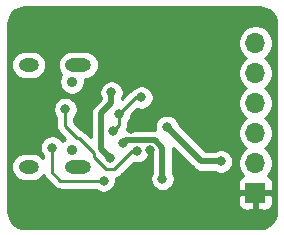
<source format=gbr>
%TF.GenerationSoftware,KiCad,Pcbnew,5.1.10*%
%TF.CreationDate,2021-06-17T01:01:51-05:00*%
%TF.ProjectId,usbttl,75736274-746c-42e6-9b69-6361645f7063,rev?*%
%TF.SameCoordinates,Original*%
%TF.FileFunction,Copper,L2,Bot*%
%TF.FilePolarity,Positive*%
%FSLAX46Y46*%
G04 Gerber Fmt 4.6, Leading zero omitted, Abs format (unit mm)*
G04 Created by KiCad (PCBNEW 5.1.10) date 2021-06-17 01:01:51*
%MOMM*%
%LPD*%
G01*
G04 APERTURE LIST*
%TA.AperFunction,ComponentPad*%
%ADD10O,1.700000X1.700000*%
%TD*%
%TA.AperFunction,ComponentPad*%
%ADD11R,1.700000X1.700000*%
%TD*%
%TA.AperFunction,ComponentPad*%
%ADD12O,1.701800X1.117600*%
%TD*%
%TA.AperFunction,ComponentPad*%
%ADD13O,2.209800X1.117600*%
%TD*%
%TA.AperFunction,ComponentPad*%
%ADD14C,0.914400*%
%TD*%
%TA.AperFunction,ViaPad*%
%ADD15C,0.800000*%
%TD*%
%TA.AperFunction,Conductor*%
%ADD16C,0.500000*%
%TD*%
%TA.AperFunction,Conductor*%
%ADD17C,0.250000*%
%TD*%
%TA.AperFunction,Conductor*%
%ADD18C,0.254000*%
%TD*%
%TA.AperFunction,Conductor*%
%ADD19C,0.100000*%
%TD*%
G04 APERTURE END LIST*
D10*
%TO.P,J2,6*%
%TO.N,/DTR*%
X110490000Y-83947000D03*
%TO.P,J2,5*%
%TO.N,/TX*%
X110490000Y-86487000D03*
%TO.P,J2,4*%
%TO.N,/RX*%
X110490000Y-89027000D03*
%TO.P,J2,3*%
%TO.N,/RTS*%
X110490000Y-91567000D03*
%TO.P,J2,2*%
%TO.N,+3V3*%
X110490000Y-94107000D03*
D11*
%TO.P,J2,1*%
%TO.N,GND*%
X110490000Y-96647000D03*
%TD*%
D12*
%TO.P,J1,15*%
%TO.N,N/C*%
X91297000Y-85798161D03*
D13*
%TO.P,J1,14*%
X95477000Y-94438225D03*
D12*
%TO.P,J1,16*%
X91297000Y-94438195D03*
D14*
%TO.P,J1,18*%
X94947000Y-93008192D03*
%TO.P,J1,17*%
X94947000Y-87228194D03*
D13*
%TO.P,J1,13*%
X95477000Y-85798161D03*
%TD*%
D15*
%TO.N,GND*%
X101600000Y-93043990D03*
X104648000Y-88595200D03*
X99917981Y-91226324D03*
%TO.N,+5V*%
X98298000Y-88138000D03*
X98171000Y-93726000D03*
X99314000Y-92405200D03*
X102616000Y-95453200D03*
%TO.N,+3V3*%
X102997000Y-91059000D03*
X107569000Y-93980000D03*
%TO.N,Net-(J1-PadB5)*%
X93268800Y-92811600D03*
X97637600Y-95605600D03*
%TO.N,Net-(J1-PadA5)*%
X94386400Y-89560400D03*
X100482400Y-93116400D03*
%TO.N,/D+*%
X98933000Y-90002000D03*
X100838000Y-88552000D03*
X98425000Y-91440000D03*
%TD*%
D16*
%TO.N,+5V*%
X98298000Y-88138000D02*
X98298000Y-89027000D01*
X98298000Y-89027000D02*
X97409000Y-89916000D01*
X97409000Y-92964000D02*
X98171000Y-93726000D01*
X97409000Y-89916000D02*
X97409000Y-92964000D01*
X102616000Y-92801988D02*
X102616000Y-95453200D01*
X99525211Y-92193989D02*
X99314000Y-92405200D01*
X102008001Y-92193989D02*
X99525211Y-92193989D01*
X102616000Y-92801988D02*
X102008001Y-92193989D01*
%TO.N,+3V3*%
X105918000Y-93980000D02*
X107569000Y-93980000D01*
X102997000Y-91059000D02*
X105918000Y-93980000D01*
D17*
%TO.N,Net-(J1-PadB5)*%
X93268800Y-92811600D02*
X93268800Y-94894400D01*
X93980000Y-95605600D02*
X97637600Y-95605600D01*
X93268800Y-94894400D02*
X93980000Y-95605600D01*
%TO.N,Net-(J1-PadA5)*%
X95554800Y-91998800D02*
X96824800Y-93268800D01*
X97840800Y-94640400D02*
X98552000Y-94640400D01*
X100076000Y-93116400D02*
X100482400Y-93116400D01*
X94386400Y-90779600D02*
X94386400Y-90982800D01*
X94386400Y-89560400D02*
X94386400Y-90779600D01*
X94386400Y-90982800D02*
X95402400Y-91998800D01*
X96824800Y-93624400D02*
X97840800Y-94640400D01*
X98552000Y-94640400D02*
X100076000Y-93116400D01*
X95402400Y-91998800D02*
X95554800Y-91998800D01*
X96824800Y-93268800D02*
X96824800Y-93624400D01*
%TO.N,/D+*%
X100383000Y-88552000D02*
X100838000Y-88552000D01*
X98933000Y-90002000D02*
X100383000Y-88552000D01*
X98425000Y-91440000D02*
X98933000Y-90932000D01*
X98933000Y-90932000D02*
X98933000Y-90002000D01*
%TD*%
D18*
%TO.N,GND*%
X111159659Y-80954625D02*
X111409429Y-81030035D01*
X111639792Y-81152522D01*
X111841980Y-81317422D01*
X112008286Y-81518450D01*
X112132378Y-81747954D01*
X112209531Y-81997195D01*
X112240000Y-82287089D01*
X112240001Y-98233711D01*
X112211375Y-98525660D01*
X112135965Y-98775429D01*
X112013477Y-99005794D01*
X111848579Y-99207979D01*
X111647546Y-99374288D01*
X111418046Y-99498378D01*
X111168805Y-99575531D01*
X110878911Y-99606000D01*
X90932279Y-99606000D01*
X90640340Y-99577375D01*
X90390571Y-99501965D01*
X90160206Y-99379477D01*
X89958021Y-99214579D01*
X89791712Y-99013546D01*
X89667622Y-98784046D01*
X89590469Y-98534805D01*
X89560000Y-98244911D01*
X89560000Y-97497000D01*
X109001928Y-97497000D01*
X109014188Y-97621482D01*
X109050498Y-97741180D01*
X109109463Y-97851494D01*
X109188815Y-97948185D01*
X109285506Y-98027537D01*
X109395820Y-98086502D01*
X109515518Y-98122812D01*
X109640000Y-98135072D01*
X110204250Y-98132000D01*
X110363000Y-97973250D01*
X110363000Y-96774000D01*
X110617000Y-96774000D01*
X110617000Y-97973250D01*
X110775750Y-98132000D01*
X111340000Y-98135072D01*
X111464482Y-98122812D01*
X111584180Y-98086502D01*
X111694494Y-98027537D01*
X111791185Y-97948185D01*
X111870537Y-97851494D01*
X111929502Y-97741180D01*
X111965812Y-97621482D01*
X111978072Y-97497000D01*
X111975000Y-96932750D01*
X111816250Y-96774000D01*
X110617000Y-96774000D01*
X110363000Y-96774000D01*
X109163750Y-96774000D01*
X109005000Y-96932750D01*
X109001928Y-97497000D01*
X89560000Y-97497000D01*
X89560000Y-94438195D01*
X89805324Y-94438195D01*
X89828374Y-94672221D01*
X89896636Y-94897253D01*
X90007489Y-95104644D01*
X90156672Y-95286423D01*
X90338451Y-95435606D01*
X90545842Y-95546459D01*
X90770874Y-95614721D01*
X90946256Y-95631995D01*
X91647744Y-95631995D01*
X91823126Y-95614721D01*
X92048158Y-95546459D01*
X92255549Y-95435606D01*
X92437328Y-95286423D01*
X92551369Y-95147465D01*
X92563254Y-95186646D01*
X92633826Y-95318676D01*
X92682533Y-95378025D01*
X92728800Y-95434401D01*
X92757798Y-95458199D01*
X93416201Y-96116602D01*
X93439999Y-96145601D01*
X93555724Y-96240574D01*
X93687753Y-96311146D01*
X93831014Y-96354603D01*
X93942667Y-96365600D01*
X93942675Y-96365600D01*
X93980000Y-96369276D01*
X94017325Y-96365600D01*
X96933889Y-96365600D01*
X96977826Y-96409537D01*
X97147344Y-96522805D01*
X97335702Y-96600826D01*
X97535661Y-96640600D01*
X97739539Y-96640600D01*
X97939498Y-96600826D01*
X98127856Y-96522805D01*
X98297374Y-96409537D01*
X98441537Y-96265374D01*
X98554805Y-96095856D01*
X98632826Y-95907498D01*
X98672600Y-95707539D01*
X98672600Y-95503661D01*
X98650855Y-95394341D01*
X98700986Y-95389403D01*
X98844247Y-95345946D01*
X98976276Y-95275374D01*
X99092001Y-95180401D01*
X99115803Y-95151398D01*
X100162877Y-94104325D01*
X100180502Y-94111626D01*
X100380461Y-94151400D01*
X100584339Y-94151400D01*
X100784298Y-94111626D01*
X100972656Y-94033605D01*
X101142174Y-93920337D01*
X101286337Y-93776174D01*
X101399605Y-93606656D01*
X101477626Y-93418298D01*
X101517400Y-93218339D01*
X101517400Y-93078989D01*
X101641423Y-93078989D01*
X101731000Y-93168567D01*
X101731001Y-94914745D01*
X101698795Y-94962944D01*
X101620774Y-95151302D01*
X101581000Y-95351261D01*
X101581000Y-95555139D01*
X101620774Y-95755098D01*
X101698795Y-95943456D01*
X101812063Y-96112974D01*
X101956226Y-96257137D01*
X102125744Y-96370405D01*
X102314102Y-96448426D01*
X102514061Y-96488200D01*
X102717939Y-96488200D01*
X102917898Y-96448426D01*
X103106256Y-96370405D01*
X103275774Y-96257137D01*
X103419937Y-96112974D01*
X103533205Y-95943456D01*
X103593869Y-95797000D01*
X109001928Y-95797000D01*
X109005000Y-96361250D01*
X109163750Y-96520000D01*
X110363000Y-96520000D01*
X110363000Y-96500000D01*
X110617000Y-96500000D01*
X110617000Y-96520000D01*
X111816250Y-96520000D01*
X111975000Y-96361250D01*
X111978072Y-95797000D01*
X111965812Y-95672518D01*
X111929502Y-95552820D01*
X111870537Y-95442506D01*
X111791185Y-95345815D01*
X111694494Y-95266463D01*
X111584180Y-95207498D01*
X111511620Y-95185487D01*
X111643475Y-95053632D01*
X111805990Y-94810411D01*
X111917932Y-94540158D01*
X111975000Y-94253260D01*
X111975000Y-93960740D01*
X111917932Y-93673842D01*
X111805990Y-93403589D01*
X111643475Y-93160368D01*
X111436632Y-92953525D01*
X111262240Y-92837000D01*
X111436632Y-92720475D01*
X111643475Y-92513632D01*
X111805990Y-92270411D01*
X111917932Y-92000158D01*
X111975000Y-91713260D01*
X111975000Y-91420740D01*
X111917932Y-91133842D01*
X111805990Y-90863589D01*
X111643475Y-90620368D01*
X111436632Y-90413525D01*
X111262240Y-90297000D01*
X111436632Y-90180475D01*
X111643475Y-89973632D01*
X111805990Y-89730411D01*
X111917932Y-89460158D01*
X111975000Y-89173260D01*
X111975000Y-88880740D01*
X111917932Y-88593842D01*
X111805990Y-88323589D01*
X111643475Y-88080368D01*
X111436632Y-87873525D01*
X111262240Y-87757000D01*
X111436632Y-87640475D01*
X111643475Y-87433632D01*
X111805990Y-87190411D01*
X111917932Y-86920158D01*
X111975000Y-86633260D01*
X111975000Y-86340740D01*
X111917932Y-86053842D01*
X111805990Y-85783589D01*
X111643475Y-85540368D01*
X111436632Y-85333525D01*
X111262240Y-85217000D01*
X111436632Y-85100475D01*
X111643475Y-84893632D01*
X111805990Y-84650411D01*
X111917932Y-84380158D01*
X111975000Y-84093260D01*
X111975000Y-83800740D01*
X111917932Y-83513842D01*
X111805990Y-83243589D01*
X111643475Y-83000368D01*
X111436632Y-82793525D01*
X111193411Y-82631010D01*
X110923158Y-82519068D01*
X110636260Y-82462000D01*
X110343740Y-82462000D01*
X110056842Y-82519068D01*
X109786589Y-82631010D01*
X109543368Y-82793525D01*
X109336525Y-83000368D01*
X109174010Y-83243589D01*
X109062068Y-83513842D01*
X109005000Y-83800740D01*
X109005000Y-84093260D01*
X109062068Y-84380158D01*
X109174010Y-84650411D01*
X109336525Y-84893632D01*
X109543368Y-85100475D01*
X109717760Y-85217000D01*
X109543368Y-85333525D01*
X109336525Y-85540368D01*
X109174010Y-85783589D01*
X109062068Y-86053842D01*
X109005000Y-86340740D01*
X109005000Y-86633260D01*
X109062068Y-86920158D01*
X109174010Y-87190411D01*
X109336525Y-87433632D01*
X109543368Y-87640475D01*
X109717760Y-87757000D01*
X109543368Y-87873525D01*
X109336525Y-88080368D01*
X109174010Y-88323589D01*
X109062068Y-88593842D01*
X109005000Y-88880740D01*
X109005000Y-89173260D01*
X109062068Y-89460158D01*
X109174010Y-89730411D01*
X109336525Y-89973632D01*
X109543368Y-90180475D01*
X109717760Y-90297000D01*
X109543368Y-90413525D01*
X109336525Y-90620368D01*
X109174010Y-90863589D01*
X109062068Y-91133842D01*
X109005000Y-91420740D01*
X109005000Y-91713260D01*
X109062068Y-92000158D01*
X109174010Y-92270411D01*
X109336525Y-92513632D01*
X109543368Y-92720475D01*
X109717760Y-92837000D01*
X109543368Y-92953525D01*
X109336525Y-93160368D01*
X109174010Y-93403589D01*
X109062068Y-93673842D01*
X109005000Y-93960740D01*
X109005000Y-94253260D01*
X109062068Y-94540158D01*
X109174010Y-94810411D01*
X109336525Y-95053632D01*
X109468380Y-95185487D01*
X109395820Y-95207498D01*
X109285506Y-95266463D01*
X109188815Y-95345815D01*
X109109463Y-95442506D01*
X109050498Y-95552820D01*
X109014188Y-95672518D01*
X109001928Y-95797000D01*
X103593869Y-95797000D01*
X103611226Y-95755098D01*
X103651000Y-95555139D01*
X103651000Y-95351261D01*
X103611226Y-95151302D01*
X103533205Y-94962944D01*
X103501000Y-94914746D01*
X103501000Y-92845453D01*
X103503768Y-92817347D01*
X105261470Y-94575049D01*
X105289183Y-94608817D01*
X105322951Y-94636530D01*
X105322953Y-94636532D01*
X105415342Y-94712354D01*
X105423941Y-94719411D01*
X105577687Y-94801589D01*
X105744510Y-94852195D01*
X105874523Y-94865000D01*
X105874531Y-94865000D01*
X105918000Y-94869281D01*
X105961469Y-94865000D01*
X107030546Y-94865000D01*
X107078744Y-94897205D01*
X107267102Y-94975226D01*
X107467061Y-95015000D01*
X107670939Y-95015000D01*
X107870898Y-94975226D01*
X108059256Y-94897205D01*
X108228774Y-94783937D01*
X108372937Y-94639774D01*
X108486205Y-94470256D01*
X108564226Y-94281898D01*
X108604000Y-94081939D01*
X108604000Y-93878061D01*
X108564226Y-93678102D01*
X108486205Y-93489744D01*
X108372937Y-93320226D01*
X108228774Y-93176063D01*
X108059256Y-93062795D01*
X107870898Y-92984774D01*
X107670939Y-92945000D01*
X107467061Y-92945000D01*
X107267102Y-92984774D01*
X107078744Y-93062795D01*
X107030546Y-93095000D01*
X106284579Y-93095000D01*
X104003535Y-90813957D01*
X103992226Y-90757102D01*
X103914205Y-90568744D01*
X103800937Y-90399226D01*
X103656774Y-90255063D01*
X103487256Y-90141795D01*
X103298898Y-90063774D01*
X103098939Y-90024000D01*
X102895061Y-90024000D01*
X102695102Y-90063774D01*
X102506744Y-90141795D01*
X102337226Y-90255063D01*
X102193063Y-90399226D01*
X102079795Y-90568744D01*
X102001774Y-90757102D01*
X101962000Y-90957061D01*
X101962000Y-91160939D01*
X101990932Y-91306389D01*
X101964532Y-91308989D01*
X99593250Y-91308989D01*
X99638546Y-91224247D01*
X99682003Y-91080986D01*
X99693000Y-90969333D01*
X99693000Y-90969324D01*
X99696676Y-90932001D01*
X99693000Y-90894678D01*
X99693000Y-90705711D01*
X99736937Y-90661774D01*
X99850205Y-90492256D01*
X99928226Y-90303898D01*
X99968000Y-90103939D01*
X99968000Y-90041801D01*
X100484111Y-89525691D01*
X100536102Y-89547226D01*
X100736061Y-89587000D01*
X100939939Y-89587000D01*
X101139898Y-89547226D01*
X101328256Y-89469205D01*
X101497774Y-89355937D01*
X101641937Y-89211774D01*
X101755205Y-89042256D01*
X101833226Y-88853898D01*
X101873000Y-88653939D01*
X101873000Y-88450061D01*
X101833226Y-88250102D01*
X101755205Y-88061744D01*
X101641937Y-87892226D01*
X101497774Y-87748063D01*
X101328256Y-87634795D01*
X101139898Y-87556774D01*
X100939939Y-87517000D01*
X100736061Y-87517000D01*
X100536102Y-87556774D01*
X100347744Y-87634795D01*
X100178226Y-87748063D01*
X100067298Y-87858991D01*
X99958724Y-87917026D01*
X99842999Y-88011999D01*
X99819201Y-88040997D01*
X99183000Y-88677198D01*
X99183000Y-88676454D01*
X99215205Y-88628256D01*
X99293226Y-88439898D01*
X99333000Y-88239939D01*
X99333000Y-88036061D01*
X99293226Y-87836102D01*
X99215205Y-87647744D01*
X99101937Y-87478226D01*
X98957774Y-87334063D01*
X98788256Y-87220795D01*
X98599898Y-87142774D01*
X98399939Y-87103000D01*
X98196061Y-87103000D01*
X97996102Y-87142774D01*
X97807744Y-87220795D01*
X97638226Y-87334063D01*
X97494063Y-87478226D01*
X97380795Y-87647744D01*
X97302774Y-87836102D01*
X97263000Y-88036061D01*
X97263000Y-88239939D01*
X97302774Y-88439898D01*
X97380795Y-88628256D01*
X97406578Y-88666843D01*
X96813956Y-89259466D01*
X96780183Y-89287183D01*
X96669589Y-89421942D01*
X96587411Y-89575688D01*
X96573348Y-89622047D01*
X96540476Y-89730411D01*
X96536805Y-89742511D01*
X96524000Y-89872524D01*
X96524000Y-89872531D01*
X96519719Y-89916000D01*
X96524000Y-89959469D01*
X96524001Y-91893199D01*
X96118604Y-91487803D01*
X96094801Y-91458799D01*
X95979076Y-91363826D01*
X95847047Y-91293254D01*
X95738829Y-91260427D01*
X95146400Y-90667999D01*
X95146400Y-90264111D01*
X95190337Y-90220174D01*
X95303605Y-90050656D01*
X95381626Y-89862298D01*
X95421400Y-89662339D01*
X95421400Y-89458461D01*
X95381626Y-89258502D01*
X95303605Y-89070144D01*
X95190337Y-88900626D01*
X95046174Y-88756463D01*
X94876656Y-88643195D01*
X94688298Y-88565174D01*
X94488339Y-88525400D01*
X94284461Y-88525400D01*
X94084502Y-88565174D01*
X93896144Y-88643195D01*
X93726626Y-88756463D01*
X93582463Y-88900626D01*
X93469195Y-89070144D01*
X93391174Y-89258502D01*
X93351400Y-89458461D01*
X93351400Y-89662339D01*
X93391174Y-89862298D01*
X93469195Y-90050656D01*
X93582463Y-90220174D01*
X93626401Y-90264112D01*
X93626401Y-90742258D01*
X93626400Y-90742268D01*
X93626400Y-90945478D01*
X93622724Y-90982800D01*
X93626400Y-91020122D01*
X93626400Y-91020133D01*
X93637397Y-91131786D01*
X93680854Y-91275047D01*
X93751426Y-91407076D01*
X93846399Y-91522801D01*
X93875401Y-91546602D01*
X94393350Y-92064551D01*
X94250763Y-92159825D01*
X94147248Y-92263340D01*
X94072737Y-92151826D01*
X93928574Y-92007663D01*
X93759056Y-91894395D01*
X93570698Y-91816374D01*
X93370739Y-91776600D01*
X93166861Y-91776600D01*
X92966902Y-91816374D01*
X92778544Y-91894395D01*
X92609026Y-92007663D01*
X92464863Y-92151826D01*
X92351595Y-92321344D01*
X92273574Y-92509702D01*
X92233800Y-92709661D01*
X92233800Y-92913539D01*
X92273574Y-93113498D01*
X92351595Y-93301856D01*
X92464863Y-93471374D01*
X92508800Y-93515311D01*
X92508800Y-93677056D01*
X92437328Y-93589967D01*
X92255549Y-93440784D01*
X92048158Y-93329931D01*
X91823126Y-93261669D01*
X91647744Y-93244395D01*
X90946256Y-93244395D01*
X90770874Y-93261669D01*
X90545842Y-93329931D01*
X90338451Y-93440784D01*
X90156672Y-93589967D01*
X90007489Y-93771746D01*
X89896636Y-93979137D01*
X89828374Y-94204169D01*
X89805324Y-94438195D01*
X89560000Y-94438195D01*
X89560000Y-85798161D01*
X89805324Y-85798161D01*
X89828374Y-86032187D01*
X89896636Y-86257219D01*
X90007489Y-86464610D01*
X90156672Y-86646389D01*
X90338451Y-86795572D01*
X90545842Y-86906425D01*
X90770874Y-86974687D01*
X90946256Y-86991961D01*
X91647744Y-86991961D01*
X91823126Y-86974687D01*
X92048158Y-86906425D01*
X92255549Y-86795572D01*
X92437328Y-86646389D01*
X92586511Y-86464610D01*
X92697364Y-86257219D01*
X92765626Y-86032187D01*
X92788676Y-85798161D01*
X93731324Y-85798161D01*
X93754374Y-86032187D01*
X93822636Y-86257219D01*
X93933489Y-86464610D01*
X94049323Y-86605754D01*
X93979105Y-86710843D01*
X93896772Y-86909611D01*
X93854800Y-87120622D01*
X93854800Y-87335766D01*
X93896772Y-87546777D01*
X93979105Y-87745545D01*
X94098633Y-87924431D01*
X94250763Y-88076561D01*
X94429649Y-88196089D01*
X94628417Y-88278422D01*
X94839428Y-88320394D01*
X95054572Y-88320394D01*
X95265583Y-88278422D01*
X95464351Y-88196089D01*
X95643237Y-88076561D01*
X95795367Y-87924431D01*
X95914895Y-87745545D01*
X95997228Y-87546777D01*
X96039200Y-87335766D01*
X96039200Y-87120622D01*
X96013608Y-86991961D01*
X96081744Y-86991961D01*
X96257126Y-86974687D01*
X96482158Y-86906425D01*
X96689549Y-86795572D01*
X96871328Y-86646389D01*
X97020511Y-86464610D01*
X97131364Y-86257219D01*
X97199626Y-86032187D01*
X97222676Y-85798161D01*
X97199626Y-85564135D01*
X97131364Y-85339103D01*
X97020511Y-85131712D01*
X96871328Y-84949933D01*
X96689549Y-84800750D01*
X96482158Y-84689897D01*
X96257126Y-84621635D01*
X96081744Y-84604361D01*
X94872256Y-84604361D01*
X94696874Y-84621635D01*
X94471842Y-84689897D01*
X94264451Y-84800750D01*
X94082672Y-84949933D01*
X93933489Y-85131712D01*
X93822636Y-85339103D01*
X93754374Y-85564135D01*
X93731324Y-85798161D01*
X92788676Y-85798161D01*
X92765626Y-85564135D01*
X92697364Y-85339103D01*
X92586511Y-85131712D01*
X92437328Y-84949933D01*
X92255549Y-84800750D01*
X92048158Y-84689897D01*
X91823126Y-84621635D01*
X91647744Y-84604361D01*
X90946256Y-84604361D01*
X90770874Y-84621635D01*
X90545842Y-84689897D01*
X90338451Y-84800750D01*
X90156672Y-84949933D01*
X90007489Y-85131712D01*
X89896636Y-85339103D01*
X89828374Y-85564135D01*
X89805324Y-85798161D01*
X89560000Y-85798161D01*
X89560000Y-82298279D01*
X89588625Y-82006341D01*
X89664035Y-81756571D01*
X89786522Y-81526208D01*
X89951422Y-81324020D01*
X90152450Y-81157714D01*
X90381954Y-81033622D01*
X90631195Y-80956469D01*
X90921088Y-80926000D01*
X110867721Y-80926000D01*
X111159659Y-80954625D01*
%TA.AperFunction,Conductor*%
D19*
G36*
X111159659Y-80954625D02*
G01*
X111409429Y-81030035D01*
X111639792Y-81152522D01*
X111841980Y-81317422D01*
X112008286Y-81518450D01*
X112132378Y-81747954D01*
X112209531Y-81997195D01*
X112240000Y-82287089D01*
X112240001Y-98233711D01*
X112211375Y-98525660D01*
X112135965Y-98775429D01*
X112013477Y-99005794D01*
X111848579Y-99207979D01*
X111647546Y-99374288D01*
X111418046Y-99498378D01*
X111168805Y-99575531D01*
X110878911Y-99606000D01*
X90932279Y-99606000D01*
X90640340Y-99577375D01*
X90390571Y-99501965D01*
X90160206Y-99379477D01*
X89958021Y-99214579D01*
X89791712Y-99013546D01*
X89667622Y-98784046D01*
X89590469Y-98534805D01*
X89560000Y-98244911D01*
X89560000Y-97497000D01*
X109001928Y-97497000D01*
X109014188Y-97621482D01*
X109050498Y-97741180D01*
X109109463Y-97851494D01*
X109188815Y-97948185D01*
X109285506Y-98027537D01*
X109395820Y-98086502D01*
X109515518Y-98122812D01*
X109640000Y-98135072D01*
X110204250Y-98132000D01*
X110363000Y-97973250D01*
X110363000Y-96774000D01*
X110617000Y-96774000D01*
X110617000Y-97973250D01*
X110775750Y-98132000D01*
X111340000Y-98135072D01*
X111464482Y-98122812D01*
X111584180Y-98086502D01*
X111694494Y-98027537D01*
X111791185Y-97948185D01*
X111870537Y-97851494D01*
X111929502Y-97741180D01*
X111965812Y-97621482D01*
X111978072Y-97497000D01*
X111975000Y-96932750D01*
X111816250Y-96774000D01*
X110617000Y-96774000D01*
X110363000Y-96774000D01*
X109163750Y-96774000D01*
X109005000Y-96932750D01*
X109001928Y-97497000D01*
X89560000Y-97497000D01*
X89560000Y-94438195D01*
X89805324Y-94438195D01*
X89828374Y-94672221D01*
X89896636Y-94897253D01*
X90007489Y-95104644D01*
X90156672Y-95286423D01*
X90338451Y-95435606D01*
X90545842Y-95546459D01*
X90770874Y-95614721D01*
X90946256Y-95631995D01*
X91647744Y-95631995D01*
X91823126Y-95614721D01*
X92048158Y-95546459D01*
X92255549Y-95435606D01*
X92437328Y-95286423D01*
X92551369Y-95147465D01*
X92563254Y-95186646D01*
X92633826Y-95318676D01*
X92682533Y-95378025D01*
X92728800Y-95434401D01*
X92757798Y-95458199D01*
X93416201Y-96116602D01*
X93439999Y-96145601D01*
X93555724Y-96240574D01*
X93687753Y-96311146D01*
X93831014Y-96354603D01*
X93942667Y-96365600D01*
X93942675Y-96365600D01*
X93980000Y-96369276D01*
X94017325Y-96365600D01*
X96933889Y-96365600D01*
X96977826Y-96409537D01*
X97147344Y-96522805D01*
X97335702Y-96600826D01*
X97535661Y-96640600D01*
X97739539Y-96640600D01*
X97939498Y-96600826D01*
X98127856Y-96522805D01*
X98297374Y-96409537D01*
X98441537Y-96265374D01*
X98554805Y-96095856D01*
X98632826Y-95907498D01*
X98672600Y-95707539D01*
X98672600Y-95503661D01*
X98650855Y-95394341D01*
X98700986Y-95389403D01*
X98844247Y-95345946D01*
X98976276Y-95275374D01*
X99092001Y-95180401D01*
X99115803Y-95151398D01*
X100162877Y-94104325D01*
X100180502Y-94111626D01*
X100380461Y-94151400D01*
X100584339Y-94151400D01*
X100784298Y-94111626D01*
X100972656Y-94033605D01*
X101142174Y-93920337D01*
X101286337Y-93776174D01*
X101399605Y-93606656D01*
X101477626Y-93418298D01*
X101517400Y-93218339D01*
X101517400Y-93078989D01*
X101641423Y-93078989D01*
X101731000Y-93168567D01*
X101731001Y-94914745D01*
X101698795Y-94962944D01*
X101620774Y-95151302D01*
X101581000Y-95351261D01*
X101581000Y-95555139D01*
X101620774Y-95755098D01*
X101698795Y-95943456D01*
X101812063Y-96112974D01*
X101956226Y-96257137D01*
X102125744Y-96370405D01*
X102314102Y-96448426D01*
X102514061Y-96488200D01*
X102717939Y-96488200D01*
X102917898Y-96448426D01*
X103106256Y-96370405D01*
X103275774Y-96257137D01*
X103419937Y-96112974D01*
X103533205Y-95943456D01*
X103593869Y-95797000D01*
X109001928Y-95797000D01*
X109005000Y-96361250D01*
X109163750Y-96520000D01*
X110363000Y-96520000D01*
X110363000Y-96500000D01*
X110617000Y-96500000D01*
X110617000Y-96520000D01*
X111816250Y-96520000D01*
X111975000Y-96361250D01*
X111978072Y-95797000D01*
X111965812Y-95672518D01*
X111929502Y-95552820D01*
X111870537Y-95442506D01*
X111791185Y-95345815D01*
X111694494Y-95266463D01*
X111584180Y-95207498D01*
X111511620Y-95185487D01*
X111643475Y-95053632D01*
X111805990Y-94810411D01*
X111917932Y-94540158D01*
X111975000Y-94253260D01*
X111975000Y-93960740D01*
X111917932Y-93673842D01*
X111805990Y-93403589D01*
X111643475Y-93160368D01*
X111436632Y-92953525D01*
X111262240Y-92837000D01*
X111436632Y-92720475D01*
X111643475Y-92513632D01*
X111805990Y-92270411D01*
X111917932Y-92000158D01*
X111975000Y-91713260D01*
X111975000Y-91420740D01*
X111917932Y-91133842D01*
X111805990Y-90863589D01*
X111643475Y-90620368D01*
X111436632Y-90413525D01*
X111262240Y-90297000D01*
X111436632Y-90180475D01*
X111643475Y-89973632D01*
X111805990Y-89730411D01*
X111917932Y-89460158D01*
X111975000Y-89173260D01*
X111975000Y-88880740D01*
X111917932Y-88593842D01*
X111805990Y-88323589D01*
X111643475Y-88080368D01*
X111436632Y-87873525D01*
X111262240Y-87757000D01*
X111436632Y-87640475D01*
X111643475Y-87433632D01*
X111805990Y-87190411D01*
X111917932Y-86920158D01*
X111975000Y-86633260D01*
X111975000Y-86340740D01*
X111917932Y-86053842D01*
X111805990Y-85783589D01*
X111643475Y-85540368D01*
X111436632Y-85333525D01*
X111262240Y-85217000D01*
X111436632Y-85100475D01*
X111643475Y-84893632D01*
X111805990Y-84650411D01*
X111917932Y-84380158D01*
X111975000Y-84093260D01*
X111975000Y-83800740D01*
X111917932Y-83513842D01*
X111805990Y-83243589D01*
X111643475Y-83000368D01*
X111436632Y-82793525D01*
X111193411Y-82631010D01*
X110923158Y-82519068D01*
X110636260Y-82462000D01*
X110343740Y-82462000D01*
X110056842Y-82519068D01*
X109786589Y-82631010D01*
X109543368Y-82793525D01*
X109336525Y-83000368D01*
X109174010Y-83243589D01*
X109062068Y-83513842D01*
X109005000Y-83800740D01*
X109005000Y-84093260D01*
X109062068Y-84380158D01*
X109174010Y-84650411D01*
X109336525Y-84893632D01*
X109543368Y-85100475D01*
X109717760Y-85217000D01*
X109543368Y-85333525D01*
X109336525Y-85540368D01*
X109174010Y-85783589D01*
X109062068Y-86053842D01*
X109005000Y-86340740D01*
X109005000Y-86633260D01*
X109062068Y-86920158D01*
X109174010Y-87190411D01*
X109336525Y-87433632D01*
X109543368Y-87640475D01*
X109717760Y-87757000D01*
X109543368Y-87873525D01*
X109336525Y-88080368D01*
X109174010Y-88323589D01*
X109062068Y-88593842D01*
X109005000Y-88880740D01*
X109005000Y-89173260D01*
X109062068Y-89460158D01*
X109174010Y-89730411D01*
X109336525Y-89973632D01*
X109543368Y-90180475D01*
X109717760Y-90297000D01*
X109543368Y-90413525D01*
X109336525Y-90620368D01*
X109174010Y-90863589D01*
X109062068Y-91133842D01*
X109005000Y-91420740D01*
X109005000Y-91713260D01*
X109062068Y-92000158D01*
X109174010Y-92270411D01*
X109336525Y-92513632D01*
X109543368Y-92720475D01*
X109717760Y-92837000D01*
X109543368Y-92953525D01*
X109336525Y-93160368D01*
X109174010Y-93403589D01*
X109062068Y-93673842D01*
X109005000Y-93960740D01*
X109005000Y-94253260D01*
X109062068Y-94540158D01*
X109174010Y-94810411D01*
X109336525Y-95053632D01*
X109468380Y-95185487D01*
X109395820Y-95207498D01*
X109285506Y-95266463D01*
X109188815Y-95345815D01*
X109109463Y-95442506D01*
X109050498Y-95552820D01*
X109014188Y-95672518D01*
X109001928Y-95797000D01*
X103593869Y-95797000D01*
X103611226Y-95755098D01*
X103651000Y-95555139D01*
X103651000Y-95351261D01*
X103611226Y-95151302D01*
X103533205Y-94962944D01*
X103501000Y-94914746D01*
X103501000Y-92845453D01*
X103503768Y-92817347D01*
X105261470Y-94575049D01*
X105289183Y-94608817D01*
X105322951Y-94636530D01*
X105322953Y-94636532D01*
X105415342Y-94712354D01*
X105423941Y-94719411D01*
X105577687Y-94801589D01*
X105744510Y-94852195D01*
X105874523Y-94865000D01*
X105874531Y-94865000D01*
X105918000Y-94869281D01*
X105961469Y-94865000D01*
X107030546Y-94865000D01*
X107078744Y-94897205D01*
X107267102Y-94975226D01*
X107467061Y-95015000D01*
X107670939Y-95015000D01*
X107870898Y-94975226D01*
X108059256Y-94897205D01*
X108228774Y-94783937D01*
X108372937Y-94639774D01*
X108486205Y-94470256D01*
X108564226Y-94281898D01*
X108604000Y-94081939D01*
X108604000Y-93878061D01*
X108564226Y-93678102D01*
X108486205Y-93489744D01*
X108372937Y-93320226D01*
X108228774Y-93176063D01*
X108059256Y-93062795D01*
X107870898Y-92984774D01*
X107670939Y-92945000D01*
X107467061Y-92945000D01*
X107267102Y-92984774D01*
X107078744Y-93062795D01*
X107030546Y-93095000D01*
X106284579Y-93095000D01*
X104003535Y-90813957D01*
X103992226Y-90757102D01*
X103914205Y-90568744D01*
X103800937Y-90399226D01*
X103656774Y-90255063D01*
X103487256Y-90141795D01*
X103298898Y-90063774D01*
X103098939Y-90024000D01*
X102895061Y-90024000D01*
X102695102Y-90063774D01*
X102506744Y-90141795D01*
X102337226Y-90255063D01*
X102193063Y-90399226D01*
X102079795Y-90568744D01*
X102001774Y-90757102D01*
X101962000Y-90957061D01*
X101962000Y-91160939D01*
X101990932Y-91306389D01*
X101964532Y-91308989D01*
X99593250Y-91308989D01*
X99638546Y-91224247D01*
X99682003Y-91080986D01*
X99693000Y-90969333D01*
X99693000Y-90969324D01*
X99696676Y-90932001D01*
X99693000Y-90894678D01*
X99693000Y-90705711D01*
X99736937Y-90661774D01*
X99850205Y-90492256D01*
X99928226Y-90303898D01*
X99968000Y-90103939D01*
X99968000Y-90041801D01*
X100484111Y-89525691D01*
X100536102Y-89547226D01*
X100736061Y-89587000D01*
X100939939Y-89587000D01*
X101139898Y-89547226D01*
X101328256Y-89469205D01*
X101497774Y-89355937D01*
X101641937Y-89211774D01*
X101755205Y-89042256D01*
X101833226Y-88853898D01*
X101873000Y-88653939D01*
X101873000Y-88450061D01*
X101833226Y-88250102D01*
X101755205Y-88061744D01*
X101641937Y-87892226D01*
X101497774Y-87748063D01*
X101328256Y-87634795D01*
X101139898Y-87556774D01*
X100939939Y-87517000D01*
X100736061Y-87517000D01*
X100536102Y-87556774D01*
X100347744Y-87634795D01*
X100178226Y-87748063D01*
X100067298Y-87858991D01*
X99958724Y-87917026D01*
X99842999Y-88011999D01*
X99819201Y-88040997D01*
X99183000Y-88677198D01*
X99183000Y-88676454D01*
X99215205Y-88628256D01*
X99293226Y-88439898D01*
X99333000Y-88239939D01*
X99333000Y-88036061D01*
X99293226Y-87836102D01*
X99215205Y-87647744D01*
X99101937Y-87478226D01*
X98957774Y-87334063D01*
X98788256Y-87220795D01*
X98599898Y-87142774D01*
X98399939Y-87103000D01*
X98196061Y-87103000D01*
X97996102Y-87142774D01*
X97807744Y-87220795D01*
X97638226Y-87334063D01*
X97494063Y-87478226D01*
X97380795Y-87647744D01*
X97302774Y-87836102D01*
X97263000Y-88036061D01*
X97263000Y-88239939D01*
X97302774Y-88439898D01*
X97380795Y-88628256D01*
X97406578Y-88666843D01*
X96813956Y-89259466D01*
X96780183Y-89287183D01*
X96669589Y-89421942D01*
X96587411Y-89575688D01*
X96573348Y-89622047D01*
X96540476Y-89730411D01*
X96536805Y-89742511D01*
X96524000Y-89872524D01*
X96524000Y-89872531D01*
X96519719Y-89916000D01*
X96524000Y-89959469D01*
X96524001Y-91893199D01*
X96118604Y-91487803D01*
X96094801Y-91458799D01*
X95979076Y-91363826D01*
X95847047Y-91293254D01*
X95738829Y-91260427D01*
X95146400Y-90667999D01*
X95146400Y-90264111D01*
X95190337Y-90220174D01*
X95303605Y-90050656D01*
X95381626Y-89862298D01*
X95421400Y-89662339D01*
X95421400Y-89458461D01*
X95381626Y-89258502D01*
X95303605Y-89070144D01*
X95190337Y-88900626D01*
X95046174Y-88756463D01*
X94876656Y-88643195D01*
X94688298Y-88565174D01*
X94488339Y-88525400D01*
X94284461Y-88525400D01*
X94084502Y-88565174D01*
X93896144Y-88643195D01*
X93726626Y-88756463D01*
X93582463Y-88900626D01*
X93469195Y-89070144D01*
X93391174Y-89258502D01*
X93351400Y-89458461D01*
X93351400Y-89662339D01*
X93391174Y-89862298D01*
X93469195Y-90050656D01*
X93582463Y-90220174D01*
X93626401Y-90264112D01*
X93626401Y-90742258D01*
X93626400Y-90742268D01*
X93626400Y-90945478D01*
X93622724Y-90982800D01*
X93626400Y-91020122D01*
X93626400Y-91020133D01*
X93637397Y-91131786D01*
X93680854Y-91275047D01*
X93751426Y-91407076D01*
X93846399Y-91522801D01*
X93875401Y-91546602D01*
X94393350Y-92064551D01*
X94250763Y-92159825D01*
X94147248Y-92263340D01*
X94072737Y-92151826D01*
X93928574Y-92007663D01*
X93759056Y-91894395D01*
X93570698Y-91816374D01*
X93370739Y-91776600D01*
X93166861Y-91776600D01*
X92966902Y-91816374D01*
X92778544Y-91894395D01*
X92609026Y-92007663D01*
X92464863Y-92151826D01*
X92351595Y-92321344D01*
X92273574Y-92509702D01*
X92233800Y-92709661D01*
X92233800Y-92913539D01*
X92273574Y-93113498D01*
X92351595Y-93301856D01*
X92464863Y-93471374D01*
X92508800Y-93515311D01*
X92508800Y-93677056D01*
X92437328Y-93589967D01*
X92255549Y-93440784D01*
X92048158Y-93329931D01*
X91823126Y-93261669D01*
X91647744Y-93244395D01*
X90946256Y-93244395D01*
X90770874Y-93261669D01*
X90545842Y-93329931D01*
X90338451Y-93440784D01*
X90156672Y-93589967D01*
X90007489Y-93771746D01*
X89896636Y-93979137D01*
X89828374Y-94204169D01*
X89805324Y-94438195D01*
X89560000Y-94438195D01*
X89560000Y-85798161D01*
X89805324Y-85798161D01*
X89828374Y-86032187D01*
X89896636Y-86257219D01*
X90007489Y-86464610D01*
X90156672Y-86646389D01*
X90338451Y-86795572D01*
X90545842Y-86906425D01*
X90770874Y-86974687D01*
X90946256Y-86991961D01*
X91647744Y-86991961D01*
X91823126Y-86974687D01*
X92048158Y-86906425D01*
X92255549Y-86795572D01*
X92437328Y-86646389D01*
X92586511Y-86464610D01*
X92697364Y-86257219D01*
X92765626Y-86032187D01*
X92788676Y-85798161D01*
X93731324Y-85798161D01*
X93754374Y-86032187D01*
X93822636Y-86257219D01*
X93933489Y-86464610D01*
X94049323Y-86605754D01*
X93979105Y-86710843D01*
X93896772Y-86909611D01*
X93854800Y-87120622D01*
X93854800Y-87335766D01*
X93896772Y-87546777D01*
X93979105Y-87745545D01*
X94098633Y-87924431D01*
X94250763Y-88076561D01*
X94429649Y-88196089D01*
X94628417Y-88278422D01*
X94839428Y-88320394D01*
X95054572Y-88320394D01*
X95265583Y-88278422D01*
X95464351Y-88196089D01*
X95643237Y-88076561D01*
X95795367Y-87924431D01*
X95914895Y-87745545D01*
X95997228Y-87546777D01*
X96039200Y-87335766D01*
X96039200Y-87120622D01*
X96013608Y-86991961D01*
X96081744Y-86991961D01*
X96257126Y-86974687D01*
X96482158Y-86906425D01*
X96689549Y-86795572D01*
X96871328Y-86646389D01*
X97020511Y-86464610D01*
X97131364Y-86257219D01*
X97199626Y-86032187D01*
X97222676Y-85798161D01*
X97199626Y-85564135D01*
X97131364Y-85339103D01*
X97020511Y-85131712D01*
X96871328Y-84949933D01*
X96689549Y-84800750D01*
X96482158Y-84689897D01*
X96257126Y-84621635D01*
X96081744Y-84604361D01*
X94872256Y-84604361D01*
X94696874Y-84621635D01*
X94471842Y-84689897D01*
X94264451Y-84800750D01*
X94082672Y-84949933D01*
X93933489Y-85131712D01*
X93822636Y-85339103D01*
X93754374Y-85564135D01*
X93731324Y-85798161D01*
X92788676Y-85798161D01*
X92765626Y-85564135D01*
X92697364Y-85339103D01*
X92586511Y-85131712D01*
X92437328Y-84949933D01*
X92255549Y-84800750D01*
X92048158Y-84689897D01*
X91823126Y-84621635D01*
X91647744Y-84604361D01*
X90946256Y-84604361D01*
X90770874Y-84621635D01*
X90545842Y-84689897D01*
X90338451Y-84800750D01*
X90156672Y-84949933D01*
X90007489Y-85131712D01*
X89896636Y-85339103D01*
X89828374Y-85564135D01*
X89805324Y-85798161D01*
X89560000Y-85798161D01*
X89560000Y-82298279D01*
X89588625Y-82006341D01*
X89664035Y-81756571D01*
X89786522Y-81526208D01*
X89951422Y-81324020D01*
X90152450Y-81157714D01*
X90381954Y-81033622D01*
X90631195Y-80956469D01*
X90921088Y-80926000D01*
X110867721Y-80926000D01*
X111159659Y-80954625D01*
G37*
%TD.AperFunction*%
%TD*%
M02*

</source>
